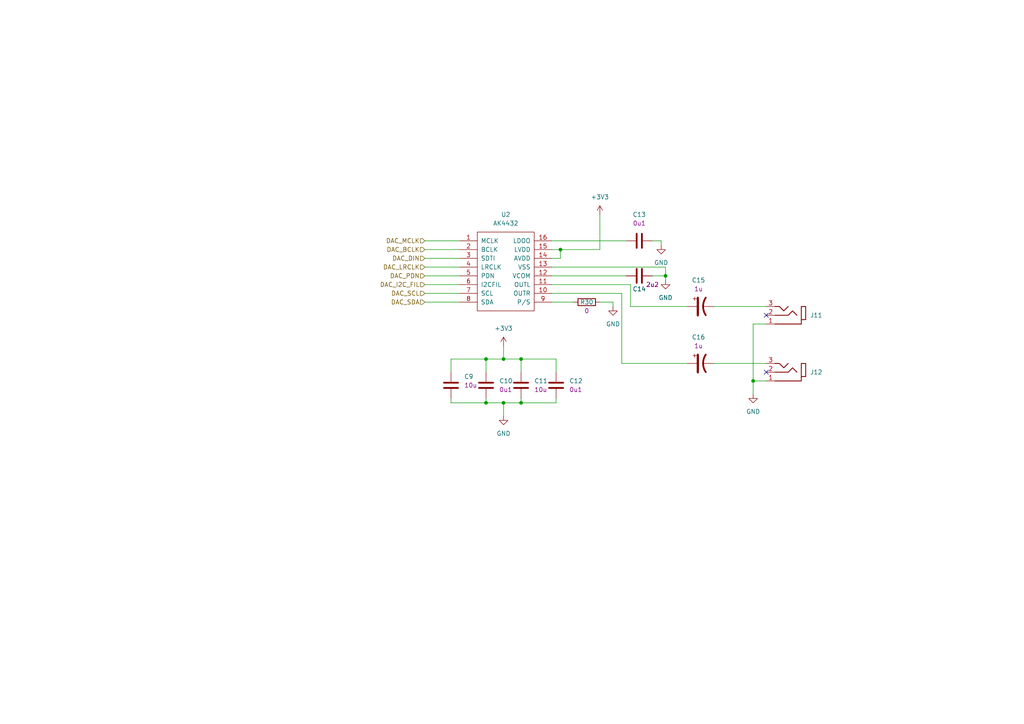
<source format=kicad_sch>
(kicad_sch (version 20211123) (generator eeschema)
  (paper "A4")
  (lib_symbols
    (symbol "capacitors_smd:0.1uf_0603_10V" (pin_numbers hide) (pin_names (offset 0.254))
      (property "Reference" "C" (at 0.635 2.54 0))
      (property "Display" "0u1" (at 4.572 -0.127 0))
      (symbol "0.1uf_0603_10V_0_1"
        (polyline (pts (xy -2.032 -0.762) (xy 2.032 -0.762)) (stroke (width 0.508)))
        (polyline (pts (xy -2.032 0.762) (xy 2.032 0.762)) (stroke (width 0.508)))
      )
      (symbol "0.1uf_0603_10V_1_1"
        (pin passive line (at 0 3.81 270) (length 2.794) (name "~") (number "1"))
        (pin passive line (at 0 -3.81 90) (length 2.794) (name "~") (number "2"))
      )
    )
    (symbol "capacitors_smd:10uf_0603_25V" (pin_numbers hide) (pin_names (offset 0.254))
      (property "Reference" "C" (at 0.635 2.54 0))
      (property "Display" "10u" (at 5.461 0 0))
      (symbol "10uf_0603_25V_0_1"
        (polyline (pts (xy -2.032 -0.762) (xy 2.032 -0.762)) (stroke (width 0.508)))
        (polyline (pts (xy -2.032 0.762) (xy 2.032 0.762)) (stroke (width 0.508)))
      )
      (symbol "10uf_0603_25V_1_1"
        (pin passive line (at 0 3.81 270) (length 2.794) (name "~") (number "1"))
        (pin passive line (at 0 -3.81 90) (length 2.794) (name "~") (number "2"))
      )
    )
    (symbol "capacitors_smd:1uf_4.3mm_50V_POL_LP" (pin_numbers hide) (pin_names (offset 0.254))
      (property "Reference" "C" (at 0.635 2.54 0))
      (property "Display" "1u" (at 5.588 0.127 0))
      (symbol "1uf_4.3mm_50V_POL_LP_0_0"
        (text "+" (at -2.2606 -1.8288 0) (effects (font (size 1.27 1.27))))
      )
      (symbol "1uf_4.3mm_50V_POL_LP_0_1"
        (arc (start -2.5654 1.4986) (mid -0.0254 0.7295) (end 2.5146 1.4986) (stroke (width 0.508)))
        (polyline (pts (xy -2.032 -0.762) (xy 2.032 -0.762)) (stroke (width 0.508)))
        (polyline (pts (xy 2.5908 -0.8128) (xy -2.54 -0.8128)) (stroke (width 0.6096)))
      )
      (symbol "1uf_4.3mm_50V_POL_LP_1_1"
        (pin passive line (at 0 3.81 270) (length 2.794) (name "~") (number "1"))
        (pin passive line (at 0 -3.81 90) (length 2.794) (name "~") (number "2"))
      )
    )
    (symbol "capacitors_smd:2.2uf_0603_10V" (pin_numbers hide) (pin_names (offset 0.254))
      (property "Reference" "C" (at 0.635 2.54 0))
      (property "Display" "2u2" (at 4.572 0 0))
      (symbol "2.2uf_0603_10V_0_1"
        (polyline (pts (xy -2.032 -0.762) (xy 2.032 -0.762)) (stroke (width 0.508)))
        (polyline (pts (xy -2.032 0.762) (xy 2.032 0.762)) (stroke (width 0.508)))
      )
      (symbol "2.2uf_0603_10V_1_1"
        (pin passive line (at 0 3.81 270) (length 2.794) (name "~") (number "1"))
        (pin passive line (at 0 -3.81 90) (length 2.794) (name "~") (number "2"))
      )
    )
    (symbol "connectors_audio:WQP419" (pin_names (offset 1.016))
      (property "Reference" "J" (at -5.08 7.62 0))
      (symbol "WQP419_0_1"
        (polyline (pts (xy 0 0) (xy -1.27 0) (xy -2.54 1.27) (xy -3.81 0)) (stroke (width 0.254)))
        (polyline (pts (xy 0 2.54) (xy -3.81 2.54) (xy -5.08 1.27) (xy -6.35 2.54)) (stroke (width 0.254)))
        (polyline (pts (xy 0 5.08) (xy -7.62 5.08) (xy -7.62 3.81) (xy -8.89 3.81) (xy -8.89 0) (xy -7.62 0) (xy -7.62 3.81) (xy -7.62 0)) (stroke (width 0.254)))
      )
      (symbol "WQP419_1_1"
        (pin passive line (at 2.54 5.08 180) (length 2.54) (name "~") (number "1"))
        (pin passive line (at 2.54 2.54 180) (length 2.54) (name "~") (number "2"))
        (pin passive line (at 2.54 0 180) (length 2.54) (name "~") (number "3"))
      )
    )
    (symbol "dac:AK4432" (pin_names (offset 1.016))
      (property "Reference" "U" (at -6.35 13.97 0))
      (property "Value" "AK4432" (at 0 -12.7 0))
      (property "Manufacturer" "Asahi Kasei Microdevices  (AKM)" (at 1.27 -22.86 0))
      (symbol "AK4432_0_1"
        (rectangle (start -8.89 11.43) (end 7.62 -11.43))
      )
      (symbol "AK4432_1_1"
        (pin input line (at -13.97 8.89 0) (length 5.08) (name "MCLK") (number "1"))
        (pin output line (at 12.7 -6.35 180) (length 5.08) (name "OUTR") (number "10"))
        (pin output line (at 12.7 -3.81 180) (length 5.08) (name "OUTL") (number "11"))
        (pin output line (at 12.7 -1.27 180) (length 5.08) (name "VCOM") (number "12"))
        (pin power_in line (at 12.7 1.27 180) (length 5.08) (name "VSS") (number "13"))
        (pin power_in line (at 12.7 3.81 180) (length 5.08) (name "AVDD") (number "14"))
        (pin power_in line (at 12.7 6.35 180) (length 5.08) (name "LVDD") (number "15"))
        (pin power_out line (at 12.7 8.89 180) (length 5.08) (name "LDOO") (number "16"))
        (pin input line (at -13.97 6.35 0) (length 5.08) (name "BCLK") (number "2"))
        (pin input line (at -13.97 3.81 0) (length 5.08) (name "SDTI") (number "3"))
        (pin input line (at -13.97 1.27 0) (length 5.08) (name "LRCLK") (number "4"))
        (pin input line (at -13.97 -1.27 0) (length 5.08) (name "PDN") (number "5"))
        (pin input line (at -13.97 -3.81 0) (length 5.08) (name "I2CFIL") (number "6"))
        (pin input line (at -13.97 -6.35 0) (length 5.08) (name "SCL") (number "7"))
        (pin input line (at -13.97 -8.89 0) (length 5.08) (name "SDA") (number "8"))
        (pin input line (at 12.7 -8.89 180) (length 5.08) (name "P/S") (number "9"))
      )
    )
    (symbol "power:+3.3V" (power) (pin_names (offset 0))
      (property "Value" "+3.3V" (at 0 3.556 0))
      (symbol "+3.3V_0_1"
        (polyline (pts (xy -0.762 1.27) (xy 0 2.54)))
        (polyline (pts (xy 0 0) (xy 0 2.54)))
        (polyline (pts (xy 0 2.54) (xy 0.762 1.27)))
      )
      (symbol "+3.3V_1_1"
        (pin power_in line (at 0 0 90) (length 0) hide (name "+3V3") (number "1"))
      )
    )
    (symbol "power:GND" (power) (pin_names (offset 0))
      (property "Value" "GND" (at 0 -3.81 0))
      (symbol "GND_0_1"
        (polyline (pts (xy 0 0) (xy 0 -1.27) (xy 1.27 -1.27) (xy 0 -2.54) (xy -1.27 -1.27) (xy 0 -1.27)))
      )
      (symbol "GND_1_1"
        (pin power_in line (at 0 0 270) (length 0) hide (name "GND") (number "1"))
      )
    )
    (symbol "resistors_smd:0_0603" (pin_numbers hide) (pin_names (offset 0))
      (property "Reference" "R" (at 0 0 0))
      (property "Display" "0" (at -0.127 -3.048 0))
      (symbol "0_0603_0_1"
        (rectangle (start 2.54 -1.016) (end -2.54 1.016) (stroke (width 0.254)))
      )
      (symbol "0_0603_1_1"
        (pin passive line (at -3.81 0 0) (length 1.27) (name "~") (number "1"))
        (pin passive line (at 3.81 0 180) (length 1.27) (name "~") (number "2"))
      )
    )
  )
  (junction (at 151.13 104.14))
  (junction (at 193.04 80.01))
  (junction (at 146.05 104.14))
  (junction (at 140.97 116.84))
  (junction (at 151.13 116.84))
  (junction (at 146.05 116.84))
  (junction (at 140.97 104.14))
  (junction (at 162.56 72.39))
  (junction (at 218.44 110.49))
  (no_connect (at 222.25 107.95))
  (no_connect (at 222.25 91.44))
  (wire (pts (xy 180.34 85.09) (xy 180.34 105.41)))
  (wire (pts (xy 130.81 104.14) (xy 130.81 107.95)))
  (wire (pts (xy 207.01 105.41) (xy 222.25 105.41)))
  (wire (pts (xy 182.88 88.9) (xy 199.39 88.9)))
  (wire (pts (xy 160.02 80.01) (xy 181.61 80.01)))
  (wire (pts (xy 191.77 69.85) (xy 191.77 71.12)))
  (wire (pts (xy 173.99 87.63) (xy 177.8 87.63)))
  (wire (pts (xy 162.56 72.39) (xy 173.99 72.39)))
  (wire (pts (xy 160.02 72.39) (xy 162.56 72.39)))
  (wire (pts (xy 193.04 80.01) (xy 193.04 81.28)))
  (wire (pts (xy 160.02 77.47) (xy 193.04 77.47)))
  (wire (pts (xy 173.99 62.23) (xy 173.99 72.39)))
  (wire (pts (xy 146.05 116.84) (xy 151.13 116.84)))
  (wire (pts (xy 123.19 82.55) (xy 133.35 82.55)))
  (wire (pts (xy 130.81 104.14) (xy 140.97 104.14)))
  (wire (pts (xy 146.05 116.84) (xy 146.05 120.65)))
  (wire (pts (xy 177.8 87.63) (xy 177.8 88.9)))
  (wire (pts (xy 123.19 80.01) (xy 133.35 80.01)))
  (wire (pts (xy 123.19 74.93) (xy 133.35 74.93)))
  (wire (pts (xy 189.23 80.01) (xy 193.04 80.01)))
  (wire (pts (xy 162.56 72.39) (xy 162.56 74.93)))
  (wire (pts (xy 222.25 93.98) (xy 218.44 93.98)))
  (wire (pts (xy 151.13 104.14) (xy 151.13 107.95)))
  (wire (pts (xy 160.02 87.63) (xy 166.37 87.63)))
  (wire (pts (xy 193.04 77.47) (xy 193.04 80.01)))
  (wire (pts (xy 146.05 104.14) (xy 151.13 104.14)))
  (wire (pts (xy 130.81 115.57) (xy 130.81 116.84)))
  (wire (pts (xy 151.13 115.57) (xy 151.13 116.84)))
  (wire (pts (xy 123.19 72.39) (xy 133.35 72.39)))
  (wire (pts (xy 123.19 69.85) (xy 133.35 69.85)))
  (wire (pts (xy 160.02 85.09) (xy 180.34 85.09)))
  (wire (pts (xy 160.02 82.55) (xy 182.88 82.55)))
  (wire (pts (xy 140.97 115.57) (xy 140.97 116.84)))
  (wire (pts (xy 151.13 104.14) (xy 161.29 104.14)))
  (wire (pts (xy 160.02 74.93) (xy 162.56 74.93)))
  (wire (pts (xy 218.44 93.98) (xy 218.44 110.49)))
  (wire (pts (xy 180.34 105.41) (xy 199.39 105.41)))
  (wire (pts (xy 161.29 115.57) (xy 161.29 116.84)))
  (wire (pts (xy 218.44 110.49) (xy 222.25 110.49)))
  (wire (pts (xy 123.19 87.63) (xy 133.35 87.63)))
  (wire (pts (xy 182.88 82.55) (xy 182.88 88.9)))
  (wire (pts (xy 140.97 104.14) (xy 146.05 104.14)))
  (wire (pts (xy 140.97 104.14) (xy 140.97 107.95)))
  (wire (pts (xy 130.81 116.84) (xy 140.97 116.84)))
  (wire (pts (xy 140.97 116.84) (xy 146.05 116.84)))
  (wire (pts (xy 161.29 104.14) (xy 161.29 107.95)))
  (wire (pts (xy 207.01 88.9) (xy 222.25 88.9)))
  (wire (pts (xy 151.13 116.84) (xy 161.29 116.84)))
  (wire (pts (xy 189.23 69.85) (xy 191.77 69.85)))
  (wire (pts (xy 123.19 77.47) (xy 133.35 77.47)))
  (wire (pts (xy 123.19 85.09) (xy 133.35 85.09)))
  (wire (pts (xy 160.02 69.85) (xy 181.61 69.85)))
  (wire (pts (xy 218.44 110.49) (xy 218.44 114.3)))
  (wire (pts (xy 146.05 100.33) (xy 146.05 104.14)))
  (hierarchical_label "DAC_PDN" (shape input) (at 123.19 80.01 180))
  (hierarchical_label "DAC_DIN" (shape input) (at 123.19 74.93 180))
  (hierarchical_label "DAC_SCL" (shape input) (at 123.19 85.09 180))
  (hierarchical_label "DAC_BCLK" (shape input) (at 123.19 72.39 180))
  (hierarchical_label "DAC_LRCLK" (shape input) (at 123.19 77.47 180))
  (hierarchical_label "DAC_I2C_FIL" (shape input) (at 123.19 82.55 180))
  (hierarchical_label "DAC_SDA" (shape input) (at 123.19 87.63 180))
  (hierarchical_label "DAC_MCLK" (shape input) (at 123.19 69.85 180))
  (symbol (lib_id "power:+3.3V") (at 146.05 100.33 0) (unit 1)
    (property "Reference" "#PWR067" (effects hide))
    (property "Value" "+3.3V" (at 146.05 95.25 0))
  )
  (symbol (lib_id "capacitors_smd:0.1uf_0603_10V") (at 161.29 111.76 0) (unit 1)
    (property "Reference" "C12" (at 165.1 110.4899 0) (effects (justify left)))
    (property "Value" "0.1uf_0603_10V" (effects hide))
    (property "Footprint" "capacitors:SMD_0603[1608]" (effects hide))
    (property "Datasheet" "https://www.mouser.com/datasheet/2/445/885012206020-1727542.pdf" (effects hide))
    (property "Manufacturer" "Wurth Elektronik " (effects hide))
    (property "Part Number" "885012206020" (effects hide))
    (property "Display" "0u1" (at 165.1 113.0299 0) (effects (justify left)))
    (property "IPN" "CAP-005-0000" (effects hide))
  )
  (symbol (lib_id "capacitors_smd:2.2uf_0603_10V") (at 185.42 80.01 270) (unit 1)
    (property "Reference" "C14" (at 185.42 83.82 90))
    (property "Value" "2.2uf_0603_10V" (effects hide))
    (property "Footprint" "capacitors:SMD_0603[1608]" (effects hide))
    (property "Datasheet" "https://www.we-online.com/katalog/datasheet/885012106011.pdf" (effects hide))
    (property "Manufacturer" "Würth Elektronik" (effects hide))
    (property "Part Number" "885012106011" (effects hide))
    (property "Display" "2u2" (at 189.23 82.55 90))
    (property "IPN" "CAP-020-0000" (effects hide))
  )
  (symbol (lib_id "capacitors_smd:10uf_0603_25V") (at 151.13 111.76 0) (unit 1)
    (property "Reference" "C11" (at 154.94 110.4899 0) (effects (justify left)))
    (property "Value" "10uf_0603_25V" (effects hide))
    (property "Footprint" "capacitors:SMD_0603[1608]" (effects hide))
    (property "Datasheet" "https://search.murata.co.jp/Ceramy/image/img/A01X/G101/ENG/GRT188R61E106ME13-01.pdf" (effects hide))
    (property "Manufacturer" "Murata Electronics" (effects hide))
    (property "Part Number" "GRT188R61E106ME13D" (effects hide))
    (property "Display" "10u" (at 154.94 113.0299 0) (effects (justify left)))
    (property "IPN" "CAP-011-0000" (effects hide))
  )
  (symbol (lib_id "power:+3.3V") (at 173.99 62.23 0) (unit 1)
    (property "Reference" "#PWR069" (effects hide))
    (property "Value" "+3.3V" (at 173.99 57.15 0))
  )
  (symbol (lib_id "capacitors_smd:0.1uf_0603_10V") (at 185.42 69.85 90) (unit 1)
    (property "Reference" "C13" (at 185.42 62.23 90))
    (property "Value" "0.1uf_0603_10V" (effects hide))
    (property "Footprint" "capacitors:SMD_0603[1608]" (effects hide))
    (property "Datasheet" "https://www.mouser.com/datasheet/2/445/885012206020-1727542.pdf" (effects hide))
    (property "Manufacturer" "Wurth Elektronik " (effects hide))
    (property "Part Number" "885012206020" (effects hide))
    (property "Display" "0u1" (at 185.42 64.77 90))
    (property "IPN" "CAP-005-0000" (effects hide))
  )
  (symbol (lib_id "capacitors_smd:1uf_4.3mm_50V_POL_LP") (at 203.2 88.9 270) (unit 1)
    (property "Reference" "C15" (at 202.5912 81.28 90))
    (property "Value" "1uf_4.3mm_50V_POL_LP" (effects hide))
    (property "Footprint" "capacitors:WE_4mm_cap" (effects hide))
    (property "Datasheet" "https://www.mouser.com/datasheet/2/129/RVS-5289.pdf" (effects hide))
    (property "Manufacturer" "Elna " (effects hide))
    (property "Part Number" "RSVVS010M1UBC3001U " (effects hide))
    (property "Display" "1u" (at 202.5912 83.82 90))
    (property "IPN" "CAP-048-0000" (effects hide))
  )
  (symbol (lib_id "capacitors_smd:1uf_4.3mm_50V_POL_LP") (at 203.2 105.41 270) (unit 1)
    (property "Reference" "C16" (at 202.5912 97.79 90))
    (property "Value" "1uf_4.3mm_50V_POL_LP" (effects hide))
    (property "Footprint" "capacitors:WE_4mm_cap" (effects hide))
    (property "Datasheet" "https://www.mouser.com/datasheet/2/129/RVS-5289.pdf" (effects hide))
    (property "Manufacturer" "Elna " (effects hide))
    (property "Part Number" "RSVVS010M1UBC3001U " (effects hide))
    (property "Display" "1u" (at 202.5912 100.33 90))
    (property "IPN" "CAP-048-0000" (effects hide))
  )
  (symbol (lib_id "dac:AK4432") (at 147.32 78.74 0) (unit 1)
    (property "Reference" "U2" (at 146.685 62.23 0))
    (property "Value" "AK4432" (at 146.685 64.77 0))
    (property "Footprint" "dac:TSSOP-16" (effects hide))
    (property "Datasheet" "https://www.mouser.com/datasheet/2/1431/ak4432vt_en_datasheet-3010161.pdf" (effects hide))
    (property "Manufacturer" "Asahi Kasei Microdevices  (AKM)" (effects hide))
    (property "Part Number" "AK4432VT" (effects hide))
    (property "IPN" "DAC-002-000" (effects hide))
  )
  (symbol (lib_id "connectors_audio:WQP419") (at 224.79 105.41 180) (unit 1)
    (property "Reference" "J12" (at 234.95 107.9499 0) (effects (justify right)))
    (property "Value" "WQP419" (effects hide))
    (property "Footprint" "connectors:WQP419" (effects hide))
    (property "Datasheet" "http://www.qingpu-electronics.com/en/products/WQP-PJ366ST-364.html" (effects hide))
    (property "Part Number" "WQP-WQP419GR" (effects hide))
    (property "Manufacturer" "qingpu-electronics" (effects hide))
    (property "IPN" "CON-002-001" (effects hide))
  )
  (symbol (lib_id "connectors_audio:WQP419") (at 224.79 88.9 180) (unit 1)
    (property "Reference" "J11" (at 234.95 91.4399 0) (effects (justify right)))
    (property "Value" "WQP419" (effects hide))
    (property "Footprint" "connectors:WQP419" (effects hide))
    (property "Datasheet" "http://www.qingpu-electronics.com/en/products/WQP-PJ366ST-364.html" (effects hide))
    (property "Part Number" "WQP-WQP419GR" (effects hide))
    (property "Manufacturer" "qingpu-electronics" (effects hide))
    (property "IPN" "CON-002-001" (effects hide))
  )
  (symbol (lib_id "power:GND") (at 146.05 120.65 0) (unit 1)
    (property "Reference" "#PWR068" (effects hide))
    (property "Value" "GND" (at 146.05 125.73 0))
  )
  (symbol (lib_id "power:GND") (at 218.44 114.3 0) (unit 1)
    (property "Reference" "#PWR073" (effects hide))
    (property "Value" "GND" (at 218.44 119.38 0))
  )
  (symbol (lib_id "power:GND") (at 191.77 71.12 0) (unit 1)
    (property "Reference" "#PWR071" (effects hide))
    (property "Value" "GND" (at 191.77 76.2 0))
  )
  (symbol (lib_id "power:GND") (at 177.8 88.9 0) (unit 1)
    (property "Reference" "#PWR070" (effects hide))
    (property "Value" "GND" (at 177.8 93.98 0))
  )
  (symbol (lib_id "resistors_smd:0_0603") (at 170.18 87.63 0) (unit 1)
    (property "Reference" "R30" (at 170.18 87.63 0))
    (property "Value" "0_0603" (effects hide))
    (property "Footprint" "resistors:SMD_0603[1608]" (effects hide))
    (property "Datasheet" "https://www.mouser.com/datasheet/2/427/crcwce3-1762584.pdf" (effects hide))
    (property "Manufacturer" " Vishay / Draloric " (effects hide))
    (property "Part Number" "CRCW06030000Z0EAC" (effects hide))
    (property "Display" "0" (at 170.18 90.17 0))
    (property "IPN" "RES-001-000" (effects hide))
  )
  (symbol (lib_id "capacitors_smd:10uf_0603_25V") (at 130.81 111.76 0) (unit 1)
    (property "Reference" "C9" (at 134.62 109.22 0) (effects (justify left)))
    (property "Value" "10uf_0603_25V" (effects hide))
    (property "Footprint" "capacitors:SMD_0603[1608]" (effects hide))
    (property "Datasheet" "https://search.murata.co.jp/Ceramy/image/img/A01X/G101/ENG/GRT188R61E106ME13-01.pdf" (effects hide))
    (property "Manufacturer" "Murata Electronics" (effects hide))
    (property "Part Number" "GRT188R61E106ME13D" (effects hide))
    (property "Display" "10u" (at 134.62 111.76 0) (effects (justify left)))
    (property "IPN" "CAP-011-0000" (effects hide))
  )
  (symbol (lib_id "capacitors_smd:0.1uf_0603_10V") (at 140.97 111.76 0) (unit 1)
    (property "Reference" "C10" (at 144.78 110.4899 0) (effects (justify left)))
    (property "Value" "0.1uf_0603_10V" (effects hide))
    (property "Footprint" "capacitors:SMD_0603[1608]" (effects hide))
    (property "Datasheet" "https://www.mouser.com/datasheet/2/445/885012206020-1727542.pdf" (effects hide))
    (property "Manufacturer" "Wurth Elektronik " (effects hide))
    (property "Part Number" "885012206020" (effects hide))
    (property "Display" "0u1" (at 144.78 113.0299 0) (effects (justify left)))
    (property "IPN" "CAP-005-0000" (effects hide))
  )
  (symbol (lib_id "power:GND") (at 193.04 81.28 0) (unit 1)
    (property "Reference" "#PWR072" (effects hide))
    (property "Value" "GND" (at 193.04 86.36 0))
  )
)
</source>
